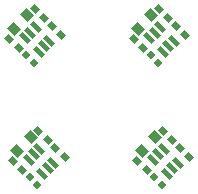
<source format=gtp>
G04*
G04 #@! TF.GenerationSoftware,Altium Limited,Altium Designer,21.8.1 (53)*
G04*
G04 Layer_Color=8421504*
%FSLAX25Y25*%
%MOIN*%
G70*
G04*
G04 #@! TF.SameCoordinates,7148B44F-C07B-4FA7-92CD-32C68B6CDD5B*
G04*
G04*
G04 #@! TF.FilePolarity,Positive*
G04*
G01*
G75*
G04:AMPARAMS|DCode=12|XSize=39.37mil|YSize=15.75mil|CornerRadius=0mil|HoleSize=0mil|Usage=FLASHONLY|Rotation=135.000|XOffset=0mil|YOffset=0mil|HoleType=Round|Shape=Rectangle|*
%AMROTATEDRECTD12*
4,1,4,0.01949,-0.00835,0.00835,-0.01949,-0.01949,0.00835,-0.00835,0.01949,0.01949,-0.00835,0.0*
%
%ADD12ROTATEDRECTD12*%

G04:AMPARAMS|DCode=13|XSize=35.43mil|YSize=31.5mil|CornerRadius=0mil|HoleSize=0mil|Usage=FLASHONLY|Rotation=135.000|XOffset=0mil|YOffset=0mil|HoleType=Round|Shape=Rectangle|*
%AMROTATEDRECTD13*
4,1,4,0.02366,-0.00139,0.00139,-0.02366,-0.02366,0.00139,-0.00139,0.02366,0.02366,-0.00139,0.0*
%
%ADD13ROTATEDRECTD13*%

G04:AMPARAMS|DCode=14|XSize=23.62mil|YSize=19.68mil|CornerRadius=0mil|HoleSize=0mil|Usage=FLASHONLY|Rotation=135.000|XOffset=0mil|YOffset=0mil|HoleType=Round|Shape=Rectangle|*
%AMROTATEDRECTD14*
4,1,4,0.01531,-0.00139,0.00139,-0.01531,-0.01531,0.00139,-0.00139,0.01531,0.01531,-0.00139,0.0*
%
%ADD14ROTATEDRECTD14*%

G04:AMPARAMS|DCode=15|XSize=21.65mil|YSize=21.26mil|CornerRadius=0mil|HoleSize=0mil|Usage=FLASHONLY|Rotation=135.000|XOffset=0mil|YOffset=0mil|HoleType=Round|Shape=Rectangle|*
%AMROTATEDRECTD15*
4,1,4,0.01517,-0.00014,0.00014,-0.01517,-0.01517,0.00014,-0.00014,0.01517,0.01517,-0.00014,0.0*
%
%ADD15ROTATEDRECTD15*%

D12*
X801019Y111824D02*
D03*
X802829Y113633D02*
D03*
X804638Y115443D02*
D03*
X800078Y120003D02*
D03*
X798269Y118193D02*
D03*
X796459Y116384D02*
D03*
X802237Y71170D02*
D03*
X804047Y72979D02*
D03*
X805857Y74789D02*
D03*
X801297Y79349D02*
D03*
X799487Y77539D02*
D03*
X797678Y75730D02*
D03*
X760737Y71170D02*
D03*
X762547Y72979D02*
D03*
X764357Y74789D02*
D03*
X759796Y79349D02*
D03*
X757987Y77539D02*
D03*
X756178Y75730D02*
D03*
X754959Y116384D02*
D03*
X756769Y118193D02*
D03*
X758578Y120003D02*
D03*
X763138Y115443D02*
D03*
X761329Y113633D02*
D03*
X759519Y111824D02*
D03*
D13*
X797156Y123934D02*
D03*
X792702Y119480D02*
D03*
X798374Y83280D02*
D03*
X793920Y78826D02*
D03*
X756874Y83280D02*
D03*
X752420Y78826D02*
D03*
X751202Y119480D02*
D03*
X755656Y123934D02*
D03*
D14*
X805419Y120410D02*
D03*
X808481Y117348D02*
D03*
X802824Y123004D02*
D03*
X799762Y126067D02*
D03*
X791273Y116167D02*
D03*
X794335Y113105D02*
D03*
X792491Y75513D02*
D03*
X795553Y72451D02*
D03*
X804042Y82350D02*
D03*
X800980Y85413D02*
D03*
X806637Y79756D02*
D03*
X809699Y76693D02*
D03*
X765137Y79756D02*
D03*
X768199Y76693D02*
D03*
X762542Y82350D02*
D03*
X759480Y85413D02*
D03*
X750991Y75513D02*
D03*
X754053Y72451D02*
D03*
X758262Y126067D02*
D03*
X761324Y123004D02*
D03*
X752835Y113105D02*
D03*
X749773Y116167D02*
D03*
X766981Y117348D02*
D03*
X763919Y120410D02*
D03*
D15*
X799364Y108080D02*
D03*
X796858Y110585D02*
D03*
X800582Y67426D02*
D03*
X798076Y69931D02*
D03*
X759082Y67426D02*
D03*
X756576Y69931D02*
D03*
X755358Y110585D02*
D03*
X757864Y108080D02*
D03*
M02*

</source>
